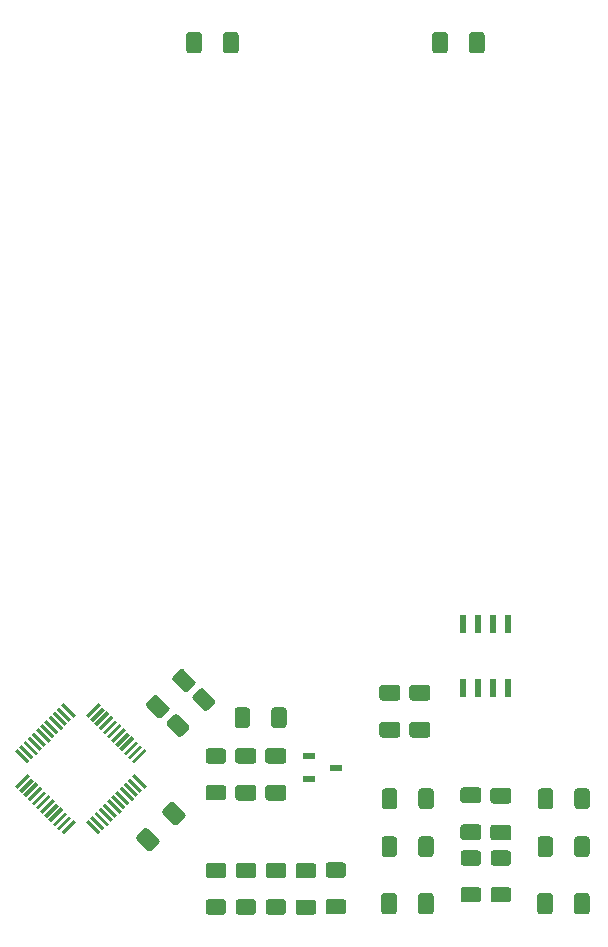
<source format=gbr>
%TF.GenerationSoftware,KiCad,Pcbnew,(5.1.8)-1*%
%TF.CreationDate,2020-12-07T06:27:38+02:00*%
%TF.ProjectId,fpga_hat,66706761-5f68-4617-942e-6b696361645f,rev?*%
%TF.SameCoordinates,Original*%
%TF.FileFunction,Paste,Top*%
%TF.FilePolarity,Positive*%
%FSLAX46Y46*%
G04 Gerber Fmt 4.6, Leading zero omitted, Abs format (unit mm)*
G04 Created by KiCad (PCBNEW (5.1.8)-1) date 2020-12-07 06:27:38*
%MOMM*%
%LPD*%
G01*
G04 APERTURE LIST*
%ADD10R,0.600000X1.600000*%
%ADD11R,1.100000X0.600000*%
%ADD12C,0.100000*%
G04 APERTURE END LIST*
D10*
%TO.C,IC3*%
X127635000Y-107442000D03*
X126365000Y-107442000D03*
X125095000Y-107442000D03*
X123825000Y-107442000D03*
X123825000Y-102042000D03*
X125095000Y-102042000D03*
X126365000Y-102042000D03*
X127635000Y-102042000D03*
%TD*%
%TO.C,R14*%
G36*
G01*
X123835000Y-124318000D02*
X125085000Y-124318000D01*
G75*
G02*
X125335000Y-124568000I0J-250000D01*
G01*
X125335000Y-125368000D01*
G75*
G02*
X125085000Y-125618000I-250000J0D01*
G01*
X123835000Y-125618000D01*
G75*
G02*
X123585000Y-125368000I0J250000D01*
G01*
X123585000Y-124568000D01*
G75*
G02*
X123835000Y-124318000I250000J0D01*
G01*
G37*
G36*
G01*
X123835000Y-121218000D02*
X125085000Y-121218000D01*
G75*
G02*
X125335000Y-121468000I0J-250000D01*
G01*
X125335000Y-122268000D01*
G75*
G02*
X125085000Y-122518000I-250000J0D01*
G01*
X123835000Y-122518000D01*
G75*
G02*
X123585000Y-122268000I0J250000D01*
G01*
X123585000Y-121468000D01*
G75*
G02*
X123835000Y-121218000I250000J0D01*
G01*
G37*
%TD*%
%TO.C,R13*%
G36*
G01*
X126375000Y-124318000D02*
X127625000Y-124318000D01*
G75*
G02*
X127875000Y-124568000I0J-250000D01*
G01*
X127875000Y-125368000D01*
G75*
G02*
X127625000Y-125618000I-250000J0D01*
G01*
X126375000Y-125618000D01*
G75*
G02*
X126125000Y-125368000I0J250000D01*
G01*
X126125000Y-124568000D01*
G75*
G02*
X126375000Y-124318000I250000J0D01*
G01*
G37*
G36*
G01*
X126375000Y-121218000D02*
X127625000Y-121218000D01*
G75*
G02*
X127875000Y-121468000I0J-250000D01*
G01*
X127875000Y-122268000D01*
G75*
G02*
X127625000Y-122518000I-250000J0D01*
G01*
X126375000Y-122518000D01*
G75*
G02*
X126125000Y-122268000I0J250000D01*
G01*
X126125000Y-121468000D01*
G75*
G02*
X126375000Y-121218000I250000J0D01*
G01*
G37*
%TD*%
%TO.C,R12*%
G36*
G01*
X118200000Y-120279000D02*
X118200000Y-121529000D01*
G75*
G02*
X117950000Y-121779000I-250000J0D01*
G01*
X117150000Y-121779000D01*
G75*
G02*
X116900000Y-121529000I0J250000D01*
G01*
X116900000Y-120279000D01*
G75*
G02*
X117150000Y-120029000I250000J0D01*
G01*
X117950000Y-120029000D01*
G75*
G02*
X118200000Y-120279000I0J-250000D01*
G01*
G37*
G36*
G01*
X121300000Y-120279000D02*
X121300000Y-121529000D01*
G75*
G02*
X121050000Y-121779000I-250000J0D01*
G01*
X120250000Y-121779000D01*
G75*
G02*
X120000000Y-121529000I0J250000D01*
G01*
X120000000Y-120279000D01*
G75*
G02*
X120250000Y-120029000I250000J0D01*
G01*
X121050000Y-120029000D01*
G75*
G02*
X121300000Y-120279000I0J-250000D01*
G01*
G37*
%TD*%
%TO.C,R11*%
G36*
G01*
X131408000Y-120279000D02*
X131408000Y-121529000D01*
G75*
G02*
X131158000Y-121779000I-250000J0D01*
G01*
X130358000Y-121779000D01*
G75*
G02*
X130108000Y-121529000I0J250000D01*
G01*
X130108000Y-120279000D01*
G75*
G02*
X130358000Y-120029000I250000J0D01*
G01*
X131158000Y-120029000D01*
G75*
G02*
X131408000Y-120279000I0J-250000D01*
G01*
G37*
G36*
G01*
X134508000Y-120279000D02*
X134508000Y-121529000D01*
G75*
G02*
X134258000Y-121779000I-250000J0D01*
G01*
X133458000Y-121779000D01*
G75*
G02*
X133208000Y-121529000I0J250000D01*
G01*
X133208000Y-120279000D01*
G75*
G02*
X133458000Y-120029000I250000J0D01*
G01*
X134258000Y-120029000D01*
G75*
G02*
X134508000Y-120279000I0J-250000D01*
G01*
G37*
%TD*%
%TO.C,R10*%
G36*
G01*
X118226000Y-116215000D02*
X118226000Y-117465000D01*
G75*
G02*
X117976000Y-117715000I-250000J0D01*
G01*
X117176000Y-117715000D01*
G75*
G02*
X116926000Y-117465000I0J250000D01*
G01*
X116926000Y-116215000D01*
G75*
G02*
X117176000Y-115965000I250000J0D01*
G01*
X117976000Y-115965000D01*
G75*
G02*
X118226000Y-116215000I0J-250000D01*
G01*
G37*
G36*
G01*
X121326000Y-116215000D02*
X121326000Y-117465000D01*
G75*
G02*
X121076000Y-117715000I-250000J0D01*
G01*
X120276000Y-117715000D01*
G75*
G02*
X120026000Y-117465000I0J250000D01*
G01*
X120026000Y-116215000D01*
G75*
G02*
X120276000Y-115965000I250000J0D01*
G01*
X121076000Y-115965000D01*
G75*
G02*
X121326000Y-116215000I0J-250000D01*
G01*
G37*
%TD*%
%TO.C,R9*%
G36*
G01*
X131434000Y-116215000D02*
X131434000Y-117465000D01*
G75*
G02*
X131184000Y-117715000I-250000J0D01*
G01*
X130384000Y-117715000D01*
G75*
G02*
X130134000Y-117465000I0J250000D01*
G01*
X130134000Y-116215000D01*
G75*
G02*
X130384000Y-115965000I250000J0D01*
G01*
X131184000Y-115965000D01*
G75*
G02*
X131434000Y-116215000I0J-250000D01*
G01*
G37*
G36*
G01*
X134534000Y-116215000D02*
X134534000Y-117465000D01*
G75*
G02*
X134284000Y-117715000I-250000J0D01*
G01*
X133484000Y-117715000D01*
G75*
G02*
X133234000Y-117465000I0J250000D01*
G01*
X133234000Y-116215000D01*
G75*
G02*
X133484000Y-115965000I250000J0D01*
G01*
X134284000Y-115965000D01*
G75*
G02*
X134534000Y-116215000I0J-250000D01*
G01*
G37*
%TD*%
%TO.C,C12*%
G36*
G01*
X119987500Y-126380001D02*
X119987500Y-125079999D01*
G75*
G02*
X120237499Y-124830000I249999J0D01*
G01*
X121062501Y-124830000D01*
G75*
G02*
X121312500Y-125079999I0J-249999D01*
G01*
X121312500Y-126380001D01*
G75*
G02*
X121062501Y-126630000I-249999J0D01*
G01*
X120237499Y-126630000D01*
G75*
G02*
X119987500Y-126380001I0J249999D01*
G01*
G37*
G36*
G01*
X116862500Y-126380001D02*
X116862500Y-125079999D01*
G75*
G02*
X117112499Y-124830000I249999J0D01*
G01*
X117937501Y-124830000D01*
G75*
G02*
X118187500Y-125079999I0J-249999D01*
G01*
X118187500Y-126380001D01*
G75*
G02*
X117937501Y-126630000I-249999J0D01*
G01*
X117112499Y-126630000D01*
G75*
G02*
X116862500Y-126380001I0J249999D01*
G01*
G37*
%TD*%
%TO.C,C11*%
G36*
G01*
X133195500Y-126380001D02*
X133195500Y-125079999D01*
G75*
G02*
X133445499Y-124830000I249999J0D01*
G01*
X134270501Y-124830000D01*
G75*
G02*
X134520500Y-125079999I0J-249999D01*
G01*
X134520500Y-126380001D01*
G75*
G02*
X134270501Y-126630000I-249999J0D01*
G01*
X133445499Y-126630000D01*
G75*
G02*
X133195500Y-126380001I0J249999D01*
G01*
G37*
G36*
G01*
X130070500Y-126380001D02*
X130070500Y-125079999D01*
G75*
G02*
X130320499Y-124830000I249999J0D01*
G01*
X131145501Y-124830000D01*
G75*
G02*
X131395500Y-125079999I0J-249999D01*
G01*
X131395500Y-126380001D01*
G75*
G02*
X131145501Y-126630000I-249999J0D01*
G01*
X130320499Y-126630000D01*
G75*
G02*
X130070500Y-126380001I0J249999D01*
G01*
G37*
%TD*%
%TO.C,C10*%
G36*
G01*
X123809999Y-119010000D02*
X125110001Y-119010000D01*
G75*
G02*
X125360000Y-119259999I0J-249999D01*
G01*
X125360000Y-120085001D01*
G75*
G02*
X125110001Y-120335000I-249999J0D01*
G01*
X123809999Y-120335000D01*
G75*
G02*
X123560000Y-120085001I0J249999D01*
G01*
X123560000Y-119259999D01*
G75*
G02*
X123809999Y-119010000I249999J0D01*
G01*
G37*
G36*
G01*
X123809999Y-115885000D02*
X125110001Y-115885000D01*
G75*
G02*
X125360000Y-116134999I0J-249999D01*
G01*
X125360000Y-116960001D01*
G75*
G02*
X125110001Y-117210000I-249999J0D01*
G01*
X123809999Y-117210000D01*
G75*
G02*
X123560000Y-116960001I0J249999D01*
G01*
X123560000Y-116134999D01*
G75*
G02*
X123809999Y-115885000I249999J0D01*
G01*
G37*
%TD*%
%TO.C,C9*%
G36*
G01*
X126349999Y-119048500D02*
X127650001Y-119048500D01*
G75*
G02*
X127900000Y-119298499I0J-249999D01*
G01*
X127900000Y-120123501D01*
G75*
G02*
X127650001Y-120373500I-249999J0D01*
G01*
X126349999Y-120373500D01*
G75*
G02*
X126100000Y-120123501I0J249999D01*
G01*
X126100000Y-119298499D01*
G75*
G02*
X126349999Y-119048500I249999J0D01*
G01*
G37*
G36*
G01*
X126349999Y-115923500D02*
X127650001Y-115923500D01*
G75*
G02*
X127900000Y-116173499I0J-249999D01*
G01*
X127900000Y-116998501D01*
G75*
G02*
X127650001Y-117248500I-249999J0D01*
G01*
X126349999Y-117248500D01*
G75*
G02*
X126100000Y-116998501I0J249999D01*
G01*
X126100000Y-116173499D01*
G75*
G02*
X126349999Y-115923500I249999J0D01*
G01*
G37*
%TD*%
%TO.C,C8*%
G36*
G01*
X116951999Y-110335500D02*
X118252001Y-110335500D01*
G75*
G02*
X118502000Y-110585499I0J-249999D01*
G01*
X118502000Y-111410501D01*
G75*
G02*
X118252001Y-111660500I-249999J0D01*
G01*
X116951999Y-111660500D01*
G75*
G02*
X116702000Y-111410501I0J249999D01*
G01*
X116702000Y-110585499D01*
G75*
G02*
X116951999Y-110335500I249999J0D01*
G01*
G37*
G36*
G01*
X116951999Y-107210500D02*
X118252001Y-107210500D01*
G75*
G02*
X118502000Y-107460499I0J-249999D01*
G01*
X118502000Y-108285501D01*
G75*
G02*
X118252001Y-108535500I-249999J0D01*
G01*
X116951999Y-108535500D01*
G75*
G02*
X116702000Y-108285501I0J249999D01*
G01*
X116702000Y-107460499D01*
G75*
G02*
X116951999Y-107210500I249999J0D01*
G01*
G37*
%TD*%
%TO.C,C7*%
G36*
G01*
X119491999Y-110335500D02*
X120792001Y-110335500D01*
G75*
G02*
X121042000Y-110585499I0J-249999D01*
G01*
X121042000Y-111410501D01*
G75*
G02*
X120792001Y-111660500I-249999J0D01*
G01*
X119491999Y-111660500D01*
G75*
G02*
X119242000Y-111410501I0J249999D01*
G01*
X119242000Y-110585499D01*
G75*
G02*
X119491999Y-110335500I249999J0D01*
G01*
G37*
G36*
G01*
X119491999Y-107210500D02*
X120792001Y-107210500D01*
G75*
G02*
X121042000Y-107460499I0J-249999D01*
G01*
X121042000Y-108285501D01*
G75*
G02*
X120792001Y-108535500I-249999J0D01*
G01*
X119491999Y-108535500D01*
G75*
G02*
X119242000Y-108285501I0J249999D01*
G01*
X119242000Y-107460499D01*
G75*
G02*
X119491999Y-107210500I249999J0D01*
G01*
G37*
%TD*%
%TO.C,C6*%
G36*
G01*
X108600001Y-113882000D02*
X107299999Y-113882000D01*
G75*
G02*
X107050000Y-113632001I0J249999D01*
G01*
X107050000Y-112806999D01*
G75*
G02*
X107299999Y-112557000I249999J0D01*
G01*
X108600001Y-112557000D01*
G75*
G02*
X108850000Y-112806999I0J-249999D01*
G01*
X108850000Y-113632001D01*
G75*
G02*
X108600001Y-113882000I-249999J0D01*
G01*
G37*
G36*
G01*
X108600001Y-117007000D02*
X107299999Y-117007000D01*
G75*
G02*
X107050000Y-116757001I0J249999D01*
G01*
X107050000Y-115931999D01*
G75*
G02*
X107299999Y-115682000I249999J0D01*
G01*
X108600001Y-115682000D01*
G75*
G02*
X108850000Y-115931999I0J-249999D01*
G01*
X108850000Y-116757001D01*
G75*
G02*
X108600001Y-117007000I-249999J0D01*
G01*
G37*
%TD*%
%TO.C,C5*%
G36*
G01*
X97963984Y-108126776D02*
X98883224Y-109046016D01*
G75*
G02*
X98883224Y-109399568I-176776J-176776D01*
G01*
X98299860Y-109982932D01*
G75*
G02*
X97946308Y-109982932I-176776J176776D01*
G01*
X97027068Y-109063692D01*
G75*
G02*
X97027068Y-108710140I176776J176776D01*
G01*
X97610432Y-108126776D01*
G75*
G02*
X97963984Y-108126776I176776J-176776D01*
G01*
G37*
G36*
G01*
X100173692Y-105917068D02*
X101092932Y-106836308D01*
G75*
G02*
X101092932Y-107189860I-176776J-176776D01*
G01*
X100509568Y-107773224D01*
G75*
G02*
X100156016Y-107773224I-176776J176776D01*
G01*
X99236776Y-106853984D01*
G75*
G02*
X99236776Y-106500432I176776J176776D01*
G01*
X99820140Y-105917068D01*
G75*
G02*
X100173692Y-105917068I176776J-176776D01*
G01*
G37*
%TD*%
%TO.C,C4*%
G36*
G01*
X104759999Y-115682000D02*
X106060001Y-115682000D01*
G75*
G02*
X106310000Y-115931999I0J-249999D01*
G01*
X106310000Y-116757001D01*
G75*
G02*
X106060001Y-117007000I-249999J0D01*
G01*
X104759999Y-117007000D01*
G75*
G02*
X104510000Y-116757001I0J249999D01*
G01*
X104510000Y-115931999D01*
G75*
G02*
X104759999Y-115682000I249999J0D01*
G01*
G37*
G36*
G01*
X104759999Y-112557000D02*
X106060001Y-112557000D01*
G75*
G02*
X106310000Y-112806999I0J-249999D01*
G01*
X106310000Y-113632001D01*
G75*
G02*
X106060001Y-113882000I-249999J0D01*
G01*
X104759999Y-113882000D01*
G75*
G02*
X104510000Y-113632001I0J249999D01*
G01*
X104510000Y-112806999D01*
G75*
G02*
X104759999Y-112557000I249999J0D01*
G01*
G37*
%TD*%
%TO.C,C3*%
G36*
G01*
X99314000Y-119029240D02*
X98394760Y-118110000D01*
G75*
G02*
X98394760Y-117756448I176776J176776D01*
G01*
X98978124Y-117173084D01*
G75*
G02*
X99331676Y-117173084I176776J-176776D01*
G01*
X100250916Y-118092324D01*
G75*
G02*
X100250916Y-118445876I-176776J-176776D01*
G01*
X99667552Y-119029240D01*
G75*
G02*
X99314000Y-119029240I-176776J176776D01*
G01*
G37*
G36*
G01*
X97104292Y-121238948D02*
X96185052Y-120319708D01*
G75*
G02*
X96185052Y-119966156I176776J176776D01*
G01*
X96768416Y-119382792D01*
G75*
G02*
X97121968Y-119382792I176776J-176776D01*
G01*
X98041208Y-120302032D01*
G75*
G02*
X98041208Y-120655584I-176776J-176776D01*
G01*
X97457844Y-121238948D01*
G75*
G02*
X97104292Y-121238948I-176776J176776D01*
G01*
G37*
%TD*%
%TO.C,C2*%
G36*
G01*
X124305500Y-53482001D02*
X124305500Y-52181999D01*
G75*
G02*
X124555499Y-51932000I249999J0D01*
G01*
X125380501Y-51932000D01*
G75*
G02*
X125630500Y-52181999I0J-249999D01*
G01*
X125630500Y-53482001D01*
G75*
G02*
X125380501Y-53732000I-249999J0D01*
G01*
X124555499Y-53732000D01*
G75*
G02*
X124305500Y-53482001I0J249999D01*
G01*
G37*
G36*
G01*
X121180500Y-53482001D02*
X121180500Y-52181999D01*
G75*
G02*
X121430499Y-51932000I249999J0D01*
G01*
X122255501Y-51932000D01*
G75*
G02*
X122505500Y-52181999I0J-249999D01*
G01*
X122505500Y-53482001D01*
G75*
G02*
X122255501Y-53732000I-249999J0D01*
G01*
X121430499Y-53732000D01*
G75*
G02*
X121180500Y-53482001I0J249999D01*
G01*
G37*
%TD*%
%TO.C,C1*%
G36*
G01*
X103477500Y-53482001D02*
X103477500Y-52181999D01*
G75*
G02*
X103727499Y-51932000I249999J0D01*
G01*
X104552501Y-51932000D01*
G75*
G02*
X104802500Y-52181999I0J-249999D01*
G01*
X104802500Y-53482001D01*
G75*
G02*
X104552501Y-53732000I-249999J0D01*
G01*
X103727499Y-53732000D01*
G75*
G02*
X103477500Y-53482001I0J249999D01*
G01*
G37*
G36*
G01*
X100352500Y-53482001D02*
X100352500Y-52181999D01*
G75*
G02*
X100602499Y-51932000I249999J0D01*
G01*
X101427501Y-51932000D01*
G75*
G02*
X101677500Y-52181999I0J-249999D01*
G01*
X101677500Y-53482001D01*
G75*
G02*
X101427501Y-53732000I-249999J0D01*
G01*
X100602499Y-53732000D01*
G75*
G02*
X100352500Y-53482001I0J249999D01*
G01*
G37*
%TD*%
%TO.C,R8*%
G36*
G01*
X112405000Y-125334000D02*
X113655000Y-125334000D01*
G75*
G02*
X113905000Y-125584000I0J-250000D01*
G01*
X113905000Y-126384000D01*
G75*
G02*
X113655000Y-126634000I-250000J0D01*
G01*
X112405000Y-126634000D01*
G75*
G02*
X112155000Y-126384000I0J250000D01*
G01*
X112155000Y-125584000D01*
G75*
G02*
X112405000Y-125334000I250000J0D01*
G01*
G37*
G36*
G01*
X112405000Y-122234000D02*
X113655000Y-122234000D01*
G75*
G02*
X113905000Y-122484000I0J-250000D01*
G01*
X113905000Y-123284000D01*
G75*
G02*
X113655000Y-123534000I-250000J0D01*
G01*
X112405000Y-123534000D01*
G75*
G02*
X112155000Y-123284000I0J250000D01*
G01*
X112155000Y-122484000D01*
G75*
G02*
X112405000Y-122234000I250000J0D01*
G01*
G37*
%TD*%
%TO.C,R7*%
G36*
G01*
X109865000Y-125386000D02*
X111115000Y-125386000D01*
G75*
G02*
X111365000Y-125636000I0J-250000D01*
G01*
X111365000Y-126436000D01*
G75*
G02*
X111115000Y-126686000I-250000J0D01*
G01*
X109865000Y-126686000D01*
G75*
G02*
X109615000Y-126436000I0J250000D01*
G01*
X109615000Y-125636000D01*
G75*
G02*
X109865000Y-125386000I250000J0D01*
G01*
G37*
G36*
G01*
X109865000Y-122286000D02*
X111115000Y-122286000D01*
G75*
G02*
X111365000Y-122536000I0J-250000D01*
G01*
X111365000Y-123336000D01*
G75*
G02*
X111115000Y-123586000I-250000J0D01*
G01*
X109865000Y-123586000D01*
G75*
G02*
X109615000Y-123336000I0J250000D01*
G01*
X109615000Y-122536000D01*
G75*
G02*
X109865000Y-122286000I250000J0D01*
G01*
G37*
%TD*%
D11*
%TO.C,AD1580*%
X113050000Y-114200000D03*
X110750000Y-115150000D03*
X110750000Y-113250000D03*
%TD*%
%TO.C,R6*%
G36*
G01*
X102245000Y-115682000D02*
X103495000Y-115682000D01*
G75*
G02*
X103745000Y-115932000I0J-250000D01*
G01*
X103745000Y-116732000D01*
G75*
G02*
X103495000Y-116982000I-250000J0D01*
G01*
X102245000Y-116982000D01*
G75*
G02*
X101995000Y-116732000I0J250000D01*
G01*
X101995000Y-115932000D01*
G75*
G02*
X102245000Y-115682000I250000J0D01*
G01*
G37*
G36*
G01*
X102245000Y-112582000D02*
X103495000Y-112582000D01*
G75*
G02*
X103745000Y-112832000I0J-250000D01*
G01*
X103745000Y-113632000D01*
G75*
G02*
X103495000Y-113882000I-250000J0D01*
G01*
X102245000Y-113882000D01*
G75*
G02*
X101995000Y-113632000I0J250000D01*
G01*
X101995000Y-112832000D01*
G75*
G02*
X102245000Y-112582000I250000J0D01*
G01*
G37*
%TD*%
%TO.C,R5*%
G36*
G01*
X101836322Y-109359561D02*
X100952439Y-108475678D01*
G75*
G02*
X100952439Y-108122124I176777J176777D01*
G01*
X101518124Y-107556439D01*
G75*
G02*
X101871678Y-107556439I176777J-176777D01*
G01*
X102755561Y-108440322D01*
G75*
G02*
X102755561Y-108793876I-176777J-176777D01*
G01*
X102189876Y-109359561D01*
G75*
G02*
X101836322Y-109359561I-176777J176777D01*
G01*
G37*
G36*
G01*
X99644290Y-111551593D02*
X98760407Y-110667710D01*
G75*
G02*
X98760407Y-110314156I176777J176777D01*
G01*
X99326092Y-109748471D01*
G75*
G02*
X99679646Y-109748471I176777J-176777D01*
G01*
X100563529Y-110632354D01*
G75*
G02*
X100563529Y-110985908I-176777J-176777D01*
G01*
X99997844Y-111551593D01*
G75*
G02*
X99644290Y-111551593I-176777J176777D01*
G01*
G37*
%TD*%
%TO.C,R4*%
G36*
G01*
X106035000Y-123560000D02*
X104785000Y-123560000D01*
G75*
G02*
X104535000Y-123310000I0J250000D01*
G01*
X104535000Y-122510000D01*
G75*
G02*
X104785000Y-122260000I250000J0D01*
G01*
X106035000Y-122260000D01*
G75*
G02*
X106285000Y-122510000I0J-250000D01*
G01*
X106285000Y-123310000D01*
G75*
G02*
X106035000Y-123560000I-250000J0D01*
G01*
G37*
G36*
G01*
X106035000Y-126660000D02*
X104785000Y-126660000D01*
G75*
G02*
X104535000Y-126410000I0J250000D01*
G01*
X104535000Y-125610000D01*
G75*
G02*
X104785000Y-125360000I250000J0D01*
G01*
X106035000Y-125360000D01*
G75*
G02*
X106285000Y-125610000I0J-250000D01*
G01*
X106285000Y-126410000D01*
G75*
G02*
X106035000Y-126660000I-250000J0D01*
G01*
G37*
%TD*%
%TO.C,R3*%
G36*
G01*
X108575000Y-123560000D02*
X107325000Y-123560000D01*
G75*
G02*
X107075000Y-123310000I0J250000D01*
G01*
X107075000Y-122510000D01*
G75*
G02*
X107325000Y-122260000I250000J0D01*
G01*
X108575000Y-122260000D01*
G75*
G02*
X108825000Y-122510000I0J-250000D01*
G01*
X108825000Y-123310000D01*
G75*
G02*
X108575000Y-123560000I-250000J0D01*
G01*
G37*
G36*
G01*
X108575000Y-126660000D02*
X107325000Y-126660000D01*
G75*
G02*
X107075000Y-126410000I0J250000D01*
G01*
X107075000Y-125610000D01*
G75*
G02*
X107325000Y-125360000I250000J0D01*
G01*
X108575000Y-125360000D01*
G75*
G02*
X108825000Y-125610000I0J-250000D01*
G01*
X108825000Y-126410000D01*
G75*
G02*
X108575000Y-126660000I-250000J0D01*
G01*
G37*
%TD*%
%TO.C,R2*%
G36*
G01*
X102245000Y-125360000D02*
X103495000Y-125360000D01*
G75*
G02*
X103745000Y-125610000I0J-250000D01*
G01*
X103745000Y-126410000D01*
G75*
G02*
X103495000Y-126660000I-250000J0D01*
G01*
X102245000Y-126660000D01*
G75*
G02*
X101995000Y-126410000I0J250000D01*
G01*
X101995000Y-125610000D01*
G75*
G02*
X102245000Y-125360000I250000J0D01*
G01*
G37*
G36*
G01*
X102245000Y-122260000D02*
X103495000Y-122260000D01*
G75*
G02*
X103745000Y-122510000I0J-250000D01*
G01*
X103745000Y-123310000D01*
G75*
G02*
X103495000Y-123560000I-250000J0D01*
G01*
X102245000Y-123560000D01*
G75*
G02*
X101995000Y-123310000I0J250000D01*
G01*
X101995000Y-122510000D01*
G75*
G02*
X102245000Y-122260000I250000J0D01*
G01*
G37*
%TD*%
%TO.C,R1*%
G36*
G01*
X105754000Y-109357000D02*
X105754000Y-110607000D01*
G75*
G02*
X105504000Y-110857000I-250000J0D01*
G01*
X104704000Y-110857000D01*
G75*
G02*
X104454000Y-110607000I0J250000D01*
G01*
X104454000Y-109357000D01*
G75*
G02*
X104704000Y-109107000I250000J0D01*
G01*
X105504000Y-109107000D01*
G75*
G02*
X105754000Y-109357000I0J-250000D01*
G01*
G37*
G36*
G01*
X108854000Y-109357000D02*
X108854000Y-110607000D01*
G75*
G02*
X108604000Y-110857000I-250000J0D01*
G01*
X107804000Y-110857000D01*
G75*
G02*
X107554000Y-110607000I0J250000D01*
G01*
X107554000Y-109357000D01*
G75*
G02*
X107804000Y-109107000I250000J0D01*
G01*
X108604000Y-109107000D01*
G75*
G02*
X108854000Y-109357000I0J-250000D01*
G01*
G37*
%TD*%
D12*
%TO.C,IC1*%
G36*
X91881942Y-109756839D02*
G01*
X92907246Y-108731535D01*
X93119378Y-108943667D01*
X92094074Y-109968971D01*
X91881942Y-109756839D01*
G37*
G36*
X92235496Y-110110392D02*
G01*
X93260800Y-109085088D01*
X93472932Y-109297220D01*
X92447628Y-110322524D01*
X92235496Y-110110392D01*
G37*
G36*
X92589049Y-110463945D02*
G01*
X93614353Y-109438641D01*
X93826485Y-109650773D01*
X92801181Y-110676077D01*
X92589049Y-110463945D01*
G37*
G36*
X92942602Y-110817499D02*
G01*
X93967906Y-109792195D01*
X94180038Y-110004327D01*
X93154734Y-111029631D01*
X92942602Y-110817499D01*
G37*
G36*
X93296156Y-111171052D02*
G01*
X94321460Y-110145748D01*
X94533592Y-110357880D01*
X93508288Y-111383184D01*
X93296156Y-111171052D01*
G37*
G36*
X93649709Y-111524605D02*
G01*
X94675013Y-110499301D01*
X94887145Y-110711433D01*
X93861841Y-111736737D01*
X93649709Y-111524605D01*
G37*
G36*
X94003263Y-111878159D02*
G01*
X95028567Y-110852855D01*
X95240699Y-111064987D01*
X94215395Y-112090291D01*
X94003263Y-111878159D01*
G37*
G36*
X94356816Y-112231712D02*
G01*
X95382120Y-111206408D01*
X95594252Y-111418540D01*
X94568948Y-112443844D01*
X94356816Y-112231712D01*
G37*
G36*
X94710369Y-112585266D02*
G01*
X95735673Y-111559962D01*
X95947805Y-111772094D01*
X94922501Y-112797398D01*
X94710369Y-112585266D01*
G37*
G36*
X95063923Y-112938819D02*
G01*
X96089227Y-111913515D01*
X96301359Y-112125647D01*
X95276055Y-113150951D01*
X95063923Y-112938819D01*
G37*
G36*
X95417476Y-113292372D02*
G01*
X96442780Y-112267068D01*
X96654912Y-112479200D01*
X95629608Y-113504504D01*
X95417476Y-113292372D01*
G37*
G36*
X95771029Y-113645926D02*
G01*
X96796333Y-112620622D01*
X97008465Y-112832754D01*
X95983161Y-113858058D01*
X95771029Y-113645926D01*
G37*
G36*
X95771029Y-114954074D02*
G01*
X95983161Y-114741942D01*
X97008465Y-115767246D01*
X96796333Y-115979378D01*
X95771029Y-114954074D01*
G37*
G36*
X95417476Y-115307628D02*
G01*
X95629608Y-115095496D01*
X96654912Y-116120800D01*
X96442780Y-116332932D01*
X95417476Y-115307628D01*
G37*
G36*
X95063923Y-115661181D02*
G01*
X95276055Y-115449049D01*
X96301359Y-116474353D01*
X96089227Y-116686485D01*
X95063923Y-115661181D01*
G37*
G36*
X94710369Y-116014734D02*
G01*
X94922501Y-115802602D01*
X95947805Y-116827906D01*
X95735673Y-117040038D01*
X94710369Y-116014734D01*
G37*
G36*
X94356816Y-116368288D02*
G01*
X94568948Y-116156156D01*
X95594252Y-117181460D01*
X95382120Y-117393592D01*
X94356816Y-116368288D01*
G37*
G36*
X94003263Y-116721841D02*
G01*
X94215395Y-116509709D01*
X95240699Y-117535013D01*
X95028567Y-117747145D01*
X94003263Y-116721841D01*
G37*
G36*
X93649709Y-117075395D02*
G01*
X93861841Y-116863263D01*
X94887145Y-117888567D01*
X94675013Y-118100699D01*
X93649709Y-117075395D01*
G37*
G36*
X93296156Y-117428948D02*
G01*
X93508288Y-117216816D01*
X94533592Y-118242120D01*
X94321460Y-118454252D01*
X93296156Y-117428948D01*
G37*
G36*
X92942602Y-117782501D02*
G01*
X93154734Y-117570369D01*
X94180038Y-118595673D01*
X93967906Y-118807805D01*
X92942602Y-117782501D01*
G37*
G36*
X92589049Y-118136055D02*
G01*
X92801181Y-117923923D01*
X93826485Y-118949227D01*
X93614353Y-119161359D01*
X92589049Y-118136055D01*
G37*
G36*
X92235496Y-118489608D02*
G01*
X92447628Y-118277476D01*
X93472932Y-119302780D01*
X93260800Y-119514912D01*
X92235496Y-118489608D01*
G37*
G36*
X91881942Y-118843161D02*
G01*
X92094074Y-118631029D01*
X93119378Y-119656333D01*
X92907246Y-119868465D01*
X91881942Y-118843161D01*
G37*
G36*
X89760622Y-119656333D02*
G01*
X90785926Y-118631029D01*
X90998058Y-118843161D01*
X89972754Y-119868465D01*
X89760622Y-119656333D01*
G37*
G36*
X89407068Y-119302780D02*
G01*
X90432372Y-118277476D01*
X90644504Y-118489608D01*
X89619200Y-119514912D01*
X89407068Y-119302780D01*
G37*
G36*
X89053515Y-118949227D02*
G01*
X90078819Y-117923923D01*
X90290951Y-118136055D01*
X89265647Y-119161359D01*
X89053515Y-118949227D01*
G37*
G36*
X88699962Y-118595673D02*
G01*
X89725266Y-117570369D01*
X89937398Y-117782501D01*
X88912094Y-118807805D01*
X88699962Y-118595673D01*
G37*
G36*
X88346408Y-118242120D02*
G01*
X89371712Y-117216816D01*
X89583844Y-117428948D01*
X88558540Y-118454252D01*
X88346408Y-118242120D01*
G37*
G36*
X87992855Y-117888567D02*
G01*
X89018159Y-116863263D01*
X89230291Y-117075395D01*
X88204987Y-118100699D01*
X87992855Y-117888567D01*
G37*
G36*
X87639301Y-117535013D02*
G01*
X88664605Y-116509709D01*
X88876737Y-116721841D01*
X87851433Y-117747145D01*
X87639301Y-117535013D01*
G37*
G36*
X87285748Y-117181460D02*
G01*
X88311052Y-116156156D01*
X88523184Y-116368288D01*
X87497880Y-117393592D01*
X87285748Y-117181460D01*
G37*
G36*
X86932195Y-116827906D02*
G01*
X87957499Y-115802602D01*
X88169631Y-116014734D01*
X87144327Y-117040038D01*
X86932195Y-116827906D01*
G37*
G36*
X86578641Y-116474353D02*
G01*
X87603945Y-115449049D01*
X87816077Y-115661181D01*
X86790773Y-116686485D01*
X86578641Y-116474353D01*
G37*
G36*
X86225088Y-116120800D02*
G01*
X87250392Y-115095496D01*
X87462524Y-115307628D01*
X86437220Y-116332932D01*
X86225088Y-116120800D01*
G37*
G36*
X85871535Y-115767246D02*
G01*
X86896839Y-114741942D01*
X87108971Y-114954074D01*
X86083667Y-115979378D01*
X85871535Y-115767246D01*
G37*
G36*
X85871535Y-112832754D02*
G01*
X86083667Y-112620622D01*
X87108971Y-113645926D01*
X86896839Y-113858058D01*
X85871535Y-112832754D01*
G37*
G36*
X86225088Y-112479200D02*
G01*
X86437220Y-112267068D01*
X87462524Y-113292372D01*
X87250392Y-113504504D01*
X86225088Y-112479200D01*
G37*
G36*
X86578641Y-112125647D02*
G01*
X86790773Y-111913515D01*
X87816077Y-112938819D01*
X87603945Y-113150951D01*
X86578641Y-112125647D01*
G37*
G36*
X86932195Y-111772094D02*
G01*
X87144327Y-111559962D01*
X88169631Y-112585266D01*
X87957499Y-112797398D01*
X86932195Y-111772094D01*
G37*
G36*
X87285748Y-111418540D02*
G01*
X87497880Y-111206408D01*
X88523184Y-112231712D01*
X88311052Y-112443844D01*
X87285748Y-111418540D01*
G37*
G36*
X87639301Y-111064987D02*
G01*
X87851433Y-110852855D01*
X88876737Y-111878159D01*
X88664605Y-112090291D01*
X87639301Y-111064987D01*
G37*
G36*
X87992855Y-110711433D02*
G01*
X88204987Y-110499301D01*
X89230291Y-111524605D01*
X89018159Y-111736737D01*
X87992855Y-110711433D01*
G37*
G36*
X88346408Y-110357880D02*
G01*
X88558540Y-110145748D01*
X89583844Y-111171052D01*
X89371712Y-111383184D01*
X88346408Y-110357880D01*
G37*
G36*
X88699962Y-110004327D02*
G01*
X88912094Y-109792195D01*
X89937398Y-110817499D01*
X89725266Y-111029631D01*
X88699962Y-110004327D01*
G37*
G36*
X89053515Y-109650773D02*
G01*
X89265647Y-109438641D01*
X90290951Y-110463945D01*
X90078819Y-110676077D01*
X89053515Y-109650773D01*
G37*
G36*
X89407068Y-109297220D02*
G01*
X89619200Y-109085088D01*
X90644504Y-110110392D01*
X90432372Y-110322524D01*
X89407068Y-109297220D01*
G37*
G36*
X89760622Y-108943667D02*
G01*
X89972754Y-108731535D01*
X90998058Y-109756839D01*
X90785926Y-109968971D01*
X89760622Y-108943667D01*
G37*
%TD*%
M02*

</source>
